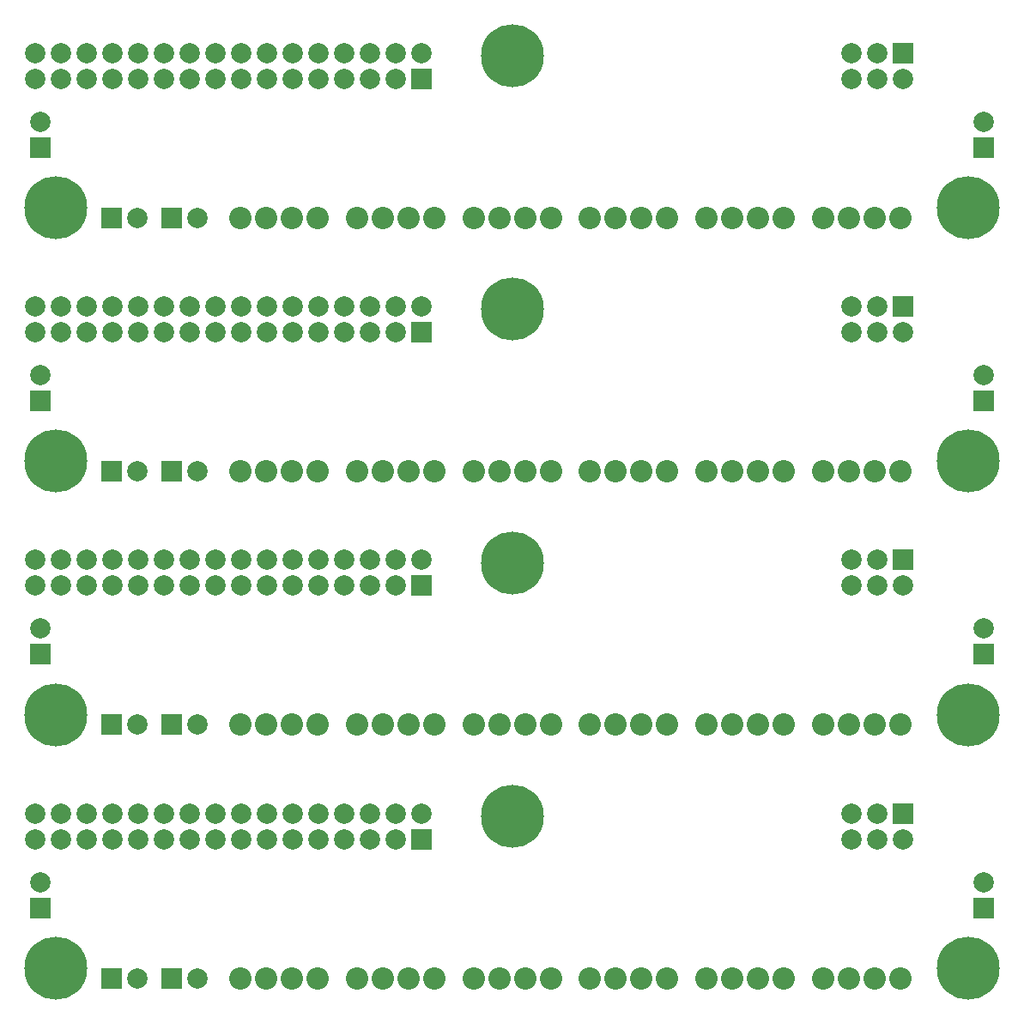
<source format=gbs>
G04 Layer_Color=16711935*
%FSLAX25Y25*%
%MOIN*%
G70*
G01*
G75*
%ADD18C,0.24422*%
%ADD19C,0.08674*%
%ADD20C,0.07887*%
%ADD21R,0.07887X0.07887*%
%ADD22R,0.07887X0.07887*%
D18*
X196850Y78740D02*
D03*
X374016Y19685D02*
D03*
X19685D02*
D03*
X196850Y177165D02*
D03*
X374016Y118110D02*
D03*
X19685D02*
D03*
X196850Y275591D02*
D03*
X374016Y216535D02*
D03*
X19685D02*
D03*
X196850Y374016D02*
D03*
X374016Y314961D02*
D03*
X19685D02*
D03*
D19*
X121299Y15748D02*
D03*
X111299D02*
D03*
X101299D02*
D03*
X91299D02*
D03*
X166575D02*
D03*
X156575D02*
D03*
X146575D02*
D03*
X136575D02*
D03*
X211850D02*
D03*
X201850D02*
D03*
X191850D02*
D03*
X181850D02*
D03*
X257126D02*
D03*
X247126D02*
D03*
X237126D02*
D03*
X227126D02*
D03*
X302402D02*
D03*
X292402D02*
D03*
X282402D02*
D03*
X272402D02*
D03*
X347677D02*
D03*
X337677D02*
D03*
X327677D02*
D03*
X317677D02*
D03*
X121299Y114173D02*
D03*
X111299D02*
D03*
X101299D02*
D03*
X91299D02*
D03*
X166575D02*
D03*
X156575D02*
D03*
X146575D02*
D03*
X136575D02*
D03*
X211850D02*
D03*
X201850D02*
D03*
X191850D02*
D03*
X181850D02*
D03*
X257126D02*
D03*
X247126D02*
D03*
X237126D02*
D03*
X227126D02*
D03*
X302402D02*
D03*
X292402D02*
D03*
X282402D02*
D03*
X272402D02*
D03*
X347677D02*
D03*
X337677D02*
D03*
X327677D02*
D03*
X317677D02*
D03*
X121299Y212598D02*
D03*
X111299D02*
D03*
X101299D02*
D03*
X91299D02*
D03*
X166575D02*
D03*
X156575D02*
D03*
X146575D02*
D03*
X136575D02*
D03*
X211850D02*
D03*
X201850D02*
D03*
X191850D02*
D03*
X181850D02*
D03*
X257126D02*
D03*
X247126D02*
D03*
X237126D02*
D03*
X227126D02*
D03*
X302402D02*
D03*
X292402D02*
D03*
X282402D02*
D03*
X272402D02*
D03*
X347677D02*
D03*
X337677D02*
D03*
X327677D02*
D03*
X317677D02*
D03*
X121299Y311024D02*
D03*
X111299D02*
D03*
X101299D02*
D03*
X91299D02*
D03*
X166575D02*
D03*
X156575D02*
D03*
X146575D02*
D03*
X136575D02*
D03*
X211850D02*
D03*
X201850D02*
D03*
X191850D02*
D03*
X181850D02*
D03*
X257126D02*
D03*
X247126D02*
D03*
X237126D02*
D03*
X227126D02*
D03*
X302402D02*
D03*
X292402D02*
D03*
X282402D02*
D03*
X272402D02*
D03*
X347677D02*
D03*
X337677D02*
D03*
X327677D02*
D03*
X317677D02*
D03*
D20*
X51181Y15748D02*
D03*
X74803D02*
D03*
X151614Y69803D02*
D03*
X141614D02*
D03*
X131614D02*
D03*
X121614D02*
D03*
X111614D02*
D03*
X101614D02*
D03*
X91614D02*
D03*
X81614D02*
D03*
X71614D02*
D03*
X61614D02*
D03*
X51614D02*
D03*
X41614D02*
D03*
X31614D02*
D03*
X21614D02*
D03*
X11614D02*
D03*
X161614Y79803D02*
D03*
X151614D02*
D03*
X141614D02*
D03*
X131614D02*
D03*
X121614D02*
D03*
X111614D02*
D03*
X101614D02*
D03*
X91614D02*
D03*
X81614D02*
D03*
X71614D02*
D03*
X61614D02*
D03*
X51614D02*
D03*
X41614D02*
D03*
X31614D02*
D03*
X21614D02*
D03*
X11614D02*
D03*
X328583Y69803D02*
D03*
Y79803D02*
D03*
X338583Y69803D02*
D03*
X348583D02*
D03*
X338583Y79803D02*
D03*
X379921Y53150D02*
D03*
X13780D02*
D03*
X51181Y114173D02*
D03*
X74803D02*
D03*
X151614Y168228D02*
D03*
X141614D02*
D03*
X131614D02*
D03*
X121614D02*
D03*
X111614D02*
D03*
X101614D02*
D03*
X91614D02*
D03*
X81614D02*
D03*
X71614D02*
D03*
X61614D02*
D03*
X51614D02*
D03*
X41614D02*
D03*
X31614D02*
D03*
X21614D02*
D03*
X11614D02*
D03*
X161614Y178228D02*
D03*
X151614D02*
D03*
X141614D02*
D03*
X131614D02*
D03*
X121614D02*
D03*
X111614D02*
D03*
X101614D02*
D03*
X91614D02*
D03*
X81614D02*
D03*
X71614D02*
D03*
X61614D02*
D03*
X51614D02*
D03*
X41614D02*
D03*
X31614D02*
D03*
X21614D02*
D03*
X11614D02*
D03*
X328583Y168228D02*
D03*
Y178228D02*
D03*
X338583Y168228D02*
D03*
X348583D02*
D03*
X338583Y178228D02*
D03*
X379921Y151575D02*
D03*
X13780D02*
D03*
X51181Y212598D02*
D03*
X74803D02*
D03*
X151614Y266654D02*
D03*
X141614D02*
D03*
X131614D02*
D03*
X121614D02*
D03*
X111614D02*
D03*
X101614D02*
D03*
X91614D02*
D03*
X81614D02*
D03*
X71614D02*
D03*
X61614D02*
D03*
X51614D02*
D03*
X41614D02*
D03*
X31614D02*
D03*
X21614D02*
D03*
X11614D02*
D03*
X161614Y276654D02*
D03*
X151614D02*
D03*
X141614D02*
D03*
X131614D02*
D03*
X121614D02*
D03*
X111614D02*
D03*
X101614D02*
D03*
X91614D02*
D03*
X81614D02*
D03*
X71614D02*
D03*
X61614D02*
D03*
X51614D02*
D03*
X41614D02*
D03*
X31614D02*
D03*
X21614D02*
D03*
X11614D02*
D03*
X328583Y266653D02*
D03*
Y276654D02*
D03*
X338583Y266653D02*
D03*
X348583D02*
D03*
X338583Y276654D02*
D03*
X379921Y250000D02*
D03*
X13780D02*
D03*
X51181Y311024D02*
D03*
X74803D02*
D03*
X151614Y365079D02*
D03*
X141614D02*
D03*
X131614D02*
D03*
X121614D02*
D03*
X111614D02*
D03*
X101614D02*
D03*
X91614D02*
D03*
X81614D02*
D03*
X71614D02*
D03*
X61614D02*
D03*
X51614D02*
D03*
X41614D02*
D03*
X31614D02*
D03*
X21614D02*
D03*
X11614D02*
D03*
X161614Y375079D02*
D03*
X151614D02*
D03*
X141614D02*
D03*
X131614D02*
D03*
X121614D02*
D03*
X111614D02*
D03*
X101614D02*
D03*
X91614D02*
D03*
X81614D02*
D03*
X71614D02*
D03*
X61614D02*
D03*
X51614D02*
D03*
X41614D02*
D03*
X31614D02*
D03*
X21614D02*
D03*
X11614D02*
D03*
X328583Y365079D02*
D03*
Y375079D02*
D03*
X338583Y365079D02*
D03*
X348583D02*
D03*
X338583Y375079D02*
D03*
X379921Y348425D02*
D03*
X13780D02*
D03*
D21*
X41181Y15748D02*
D03*
X64803D02*
D03*
X161614Y69803D02*
D03*
X348583Y79803D02*
D03*
X41181Y114173D02*
D03*
X64803D02*
D03*
X161614Y168228D02*
D03*
X348583Y178228D02*
D03*
X41181Y212598D02*
D03*
X64803D02*
D03*
X161614Y266654D02*
D03*
X348583Y276654D02*
D03*
X41181Y311024D02*
D03*
X64803D02*
D03*
X161614Y365079D02*
D03*
X348583Y375079D02*
D03*
D22*
X379921Y43150D02*
D03*
X13780D02*
D03*
X379921Y141575D02*
D03*
X13780D02*
D03*
X379921Y240000D02*
D03*
X13780D02*
D03*
X379921Y338425D02*
D03*
X13780D02*
D03*
M02*

</source>
